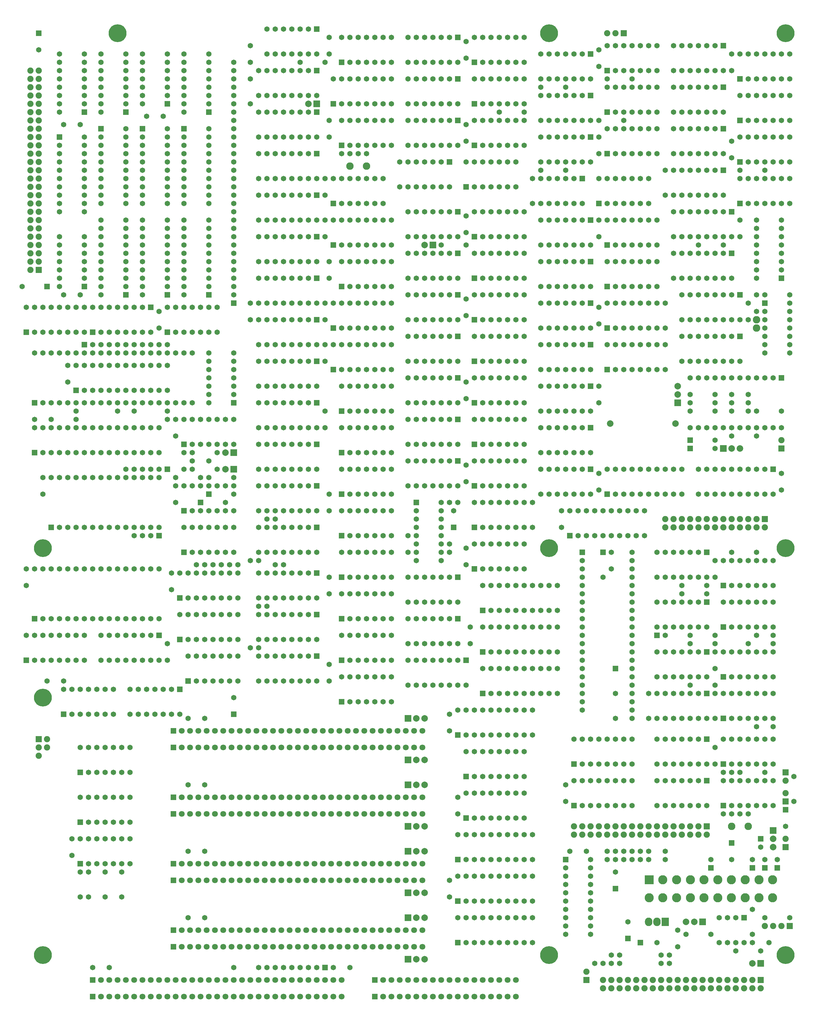
<source format=gts>
G04*
G04  File:            MAINBOARD-V10.5.4.GTS, Thu Sep 11 23:01:10 2025*
G04  Source:          P-CAD 2006 PCB, Version 19.02.958, (D:\PCAD-2006\Projects\Pentagon-4096\Hardware\MainBoard-v10.5.4.PCB)*
G04  Format:          Gerber Format (RS-274-D), ASCII*
G04*
G04  Format Options:  Absolute Positioning*
G04                   Leading-Zero Suppression*
G04                   Scale Factor 1:1*
G04                   NO Circular Interpolation*
G04                   Inch Units*
G04                   Numeric Format: 4.4 (XXXX.XXXX)*
G04                   G54 NOT Used for Aperture Change*
G04                   Apertures Embedded*
G04*
G04  File Options:    Offset = (0.0mil,0.0mil)*
G04                   Drill Symbol Size = 80.0mil*
G04                   No Pad/Via Holes*
G04*
G04  File Contents:   Pads*
G04                   No Vias*
G04                   No Designators*
G04                   No Types*
G04                   No Values*
G04                   No Drill Symbols*
G04                   Top Mask*
G04*
%INMAINBOARD-V10.5.4.GTS*%
%ICAS*%
%MOIN*%
G04*
G04  Aperture MACROs for general use --- invoked via D-code assignment *
G04*
G04  General MACRO for flashed round with rotation and/or offset hole *
%AMROTOFFROUND*
1,1,$1,0.0000,0.0000*
1,0,$2,$3,$4*%
G04*
G04  General MACRO for flashed oval (obround) with rotation and/or offset hole *
%AMROTOFFOVAL*
21,1,$1,$2,0.0000,0.0000,$3*
1,1,$4,$5,$6*
1,1,$4,0-$5,0-$6*
1,0,$7,$8,$9*%
G04*
G04  General MACRO for flashed oval (obround) with rotation and no hole *
%AMROTOVALNOHOLE*
21,1,$1,$2,0.0000,0.0000,$3*
1,1,$4,$5,$6*
1,1,$4,0-$5,0-$6*%
G04*
G04  General MACRO for flashed rectangle with rotation and/or offset hole *
%AMROTOFFRECT*
21,1,$1,$2,0.0000,0.0000,$3*
1,0,$4,$5,$6*%
G04*
G04  General MACRO for flashed rectangle with rotation and no hole *
%AMROTRECTNOHOLE*
21,1,$1,$2,0.0000,0.0000,$3*%
G04*
G04  General MACRO for flashed rounded-rectangle *
%AMROUNDRECT*
21,1,$1,$2-$4,0.0000,0.0000,$3*
21,1,$1-$4,$2,0.0000,0.0000,$3*
1,1,$4,$5,$6*
1,1,$4,$7,$8*
1,1,$4,0-$5,0-$6*
1,1,$4,0-$7,0-$8*
1,0,$9,$10,$11*%
G04*
G04  General MACRO for flashed rounded-rectangle with rotation and no hole *
%AMROUNDRECTNOHOLE*
21,1,$1,$2-$4,0.0000,0.0000,$3*
21,1,$1-$4,$2,0.0000,0.0000,$3*
1,1,$4,$5,$6*
1,1,$4,$7,$8*
1,1,$4,0-$5,0-$6*
1,1,$4,0-$7,0-$8*%
G04*
G04  General MACRO for flashed regular polygon *
%AMREGPOLY*
5,1,$1,0.0000,0.0000,$2,$3+$4*
1,0,$5,$6,$7*%
G04*
G04  General MACRO for flashed regular polygon with no hole *
%AMREGPOLYNOHOLE*
5,1,$1,0.0000,0.0000,$2,$3+$4*%
G04*
G04  General MACRO for target *
%AMTARGET*
6,0,0,$1,$2,$3,4,$4,$5,$6*%
G04*
G04  General MACRO for mounting hole *
%AMMTHOLE*
1,1,$1,0,0*
1,0,$2,0,0*
$1=$1-$2*
$1=$1/2*
21,1,$2+$1,$3,0,0,$4*
21,1,$3,$2+$1,0,0,$4*%
G04*
G04*
G04  D10 : "Ellipse X8.0mil Y8.0mil H0.0mil 0.0deg (0.0mil,0.0mil) Draw"*
G04  Disc: OuterDia=0.0080*
%ADD10C, 0.0080*%
G04  D11 : "Ellipse X10.0mil Y10.0mil H0.0mil 0.0deg (0.0mil,0.0mil) Draw"*
G04  Disc: OuterDia=0.0100*
%ADD11C, 0.0100*%
G04  D12 : "Ellipse X15.0mil Y15.0mil H0.0mil 0.0deg (0.0mil,0.0mil) Draw"*
G04  Disc: OuterDia=0.0150*
%ADD12C, 0.0150*%
G04  D13 : "Ellipse X25.0mil Y25.0mil H0.0mil 0.0deg (0.0mil,0.0mil) Draw"*
G04  Disc: OuterDia=0.0250*
%ADD13C, 0.0250*%
G04  D14 : "Ellipse X30.0mil Y30.0mil H0.0mil 0.0deg (0.0mil,0.0mil) Draw"*
G04  Disc: OuterDia=0.0300*
%ADD14C, 0.0300*%
G04  D15 : "Ellipse X40.0mil Y40.0mil H0.0mil 0.0deg (0.0mil,0.0mil) Draw"*
G04  Disc: OuterDia=0.0400*
%ADD15C, 0.0400*%
G04  D16 : "Ellipse X5.0mil Y5.0mil H0.0mil 0.0deg (0.0mil,0.0mil) Draw"*
G04  Disc: OuterDia=0.0050*
%ADD16C, 0.0050*%
G04  D17 : "Ellipse X6.0mil Y6.0mil H0.0mil 0.0deg (0.0mil,0.0mil) Draw"*
G04  Disc: OuterDia=0.0060*
%ADD17C, 0.0060*%
G04  D18 : "Ellipse X9.8mil Y9.8mil H0.0mil 0.0deg (0.0mil,0.0mil) Draw"*
G04  Disc: OuterDia=0.0098*
%ADD18C, 0.0098*%
G04  D19 : "Ellipse X110.0mil Y110.0mil H0.0mil 0.0deg (0.0mil,0.0mil) Flash"*
G04  Disc: OuterDia=0.1100*
%ADD19C, 0.1100*%
G04  D20 : "Ellipse X200.0mil Y200.0mil H0.0mil 0.0deg (0.0mil,0.0mil) Flash"*
G04  Disc: OuterDia=0.2000*
%ADD20C, 0.2000*%
G04  D21 : "Ellipse X215.0mil Y215.0mil H0.0mil 0.0deg (0.0mil,0.0mil) Flash"*
G04  Disc: OuterDia=0.2150*
%ADD21C, 0.2150*%
G04  D22 : "Ellipse X50.0mil Y50.0mil H0.0mil 0.0deg (0.0mil,0.0mil) Flash"*
G04  Disc: OuterDia=0.0500*
%ADD22C, 0.0500*%
G04  D23 : "Ellipse X56.0mil Y56.0mil H0.0mil 0.0deg (0.0mil,0.0mil) Flash"*
G04  Disc: OuterDia=0.0560*
%ADD23C, 0.0560*%
G04  D24 : "Ellipse X60.0mil Y60.0mil H0.0mil 0.0deg (0.0mil,0.0mil) Flash"*
G04  Disc: OuterDia=0.0600*
%ADD24C, 0.0600*%
G04  D25 : "Ellipse X64.0mil Y64.0mil H0.0mil 0.0deg (0.0mil,0.0mil) Flash"*
G04  Disc: OuterDia=0.0640*
%ADD25C, 0.0640*%
G04  D26 : "Ellipse X65.0mil Y65.0mil H0.0mil 0.0deg (0.0mil,0.0mil) Flash"*
G04  Disc: OuterDia=0.0650*
%ADD26C, 0.0650*%
G04  D27 : "Ellipse X71.0mil Y71.0mil H0.0mil 0.0deg (0.0mil,0.0mil) Flash"*
G04  Disc: OuterDia=0.0710*
%ADD27C, 0.0710*%
G04  D28 : "Ellipse X75.0mil Y75.0mil H0.0mil 0.0deg (0.0mil,0.0mil) Flash"*
G04  Disc: OuterDia=0.0750*
%ADD28C, 0.0750*%
G04  D29 : "Ellipse X79.0mil Y79.0mil H0.0mil 0.0deg (0.0mil,0.0mil) Flash"*
G04  Disc: OuterDia=0.0790*
%ADD29C, 0.0790*%
G04  D30 : "Ellipse X90.0mil Y90.0mil H0.0mil 0.0deg (0.0mil,0.0mil) Flash"*
G04  Disc: OuterDia=0.0900*
%ADD30C, 0.0900*%
G04  D31 : "Ellipse X95.0mil Y95.0mil H0.0mil 0.0deg (0.0mil,0.0mil) Flash"*
G04  Disc: OuterDia=0.0950*
%ADD31C, 0.0950*%
G04  D32 : "Oval X75.0mil Y87.0mil H0.0mil 0.0deg (0.0mil,0.0mil) Flash"*
G04  Obround: DimX=0.0750, DimY=0.0870, Rotation=0.0, OffsetX=0.0000, OffsetY=0.0000, HoleDia=0.0000 *
%ADD32O, 0.0750 X0.0870*%
G04  D33 : "Oval X90.0mil Y102.0mil H0.0mil 0.0deg (0.0mil,0.0mil) Flash"*
G04  Obround: DimX=0.0900, DimY=0.1020, Rotation=0.0, OffsetX=0.0000, OffsetY=0.0000, HoleDia=0.0000 *
%ADD33O, 0.0900 X0.1020*%
G04  D34 : "Rectangle X110.0mil Y110.0mil H0.0mil 0.0deg (0.0mil,0.0mil) Flash"*
G04  Square: Side=0.1100, Rotation=0.0, OffsetX=0.0000, OffsetY=0.0000, HoleDia=0.0000*
%ADD34R, 0.1100 X0.1100*%
G04  D35 : "Rectangle X50.0mil Y50.0mil H0.0mil 0.0deg (0.0mil,0.0mil) Flash"*
G04  Square: Side=0.0500, Rotation=0.0, OffsetX=0.0000, OffsetY=0.0000, HoleDia=0.0000*
%ADD35R, 0.0500 X0.0500*%
G04  D36 : "Rectangle X56.0mil Y56.0mil H0.0mil 0.0deg (0.0mil,0.0mil) Flash"*
G04  Square: Side=0.0560, Rotation=0.0, OffsetX=0.0000, OffsetY=0.0000, HoleDia=0.0000*
%ADD36R, 0.0560 X0.0560*%
G04  D37 : "Rectangle X60.0mil Y60.0mil H0.0mil 0.0deg (0.0mil,0.0mil) Flash"*
G04  Square: Side=0.0600, Rotation=0.0, OffsetX=0.0000, OffsetY=0.0000, HoleDia=0.0000*
%ADD37R, 0.0600 X0.0600*%
G04  D38 : "Rectangle X64.0mil Y64.0mil H0.0mil 0.0deg (0.0mil,0.0mil) Flash"*
G04  Square: Side=0.0640, Rotation=0.0, OffsetX=0.0000, OffsetY=0.0000, HoleDia=0.0000*
%ADD38R, 0.0640 X0.0640*%
G04  D39 : "Rectangle X65.0mil Y65.0mil H0.0mil 0.0deg (0.0mil,0.0mil) Flash"*
G04  Square: Side=0.0650, Rotation=0.0, OffsetX=0.0000, OffsetY=0.0000, HoleDia=0.0000*
%ADD39R, 0.0650 X0.0650*%
G04  D40 : "Rectangle X71.0mil Y71.0mil H0.0mil 0.0deg (0.0mil,0.0mil) Flash"*
G04  Square: Side=0.0710, Rotation=0.0, OffsetX=0.0000, OffsetY=0.0000, HoleDia=0.0000*
%ADD40R, 0.0710 X0.0710*%
G04  D41 : "Rectangle X75.0mil Y75.0mil H0.0mil 0.0deg (0.0mil,0.0mil) Flash"*
G04  Square: Side=0.0750, Rotation=0.0, OffsetX=0.0000, OffsetY=0.0000, HoleDia=0.0000*
%ADD41R, 0.0750 X0.0750*%
G04  D42 : "Rectangle X75.0mil Y87.0mil H0.0mil 0.0deg (0.0mil,0.0mil) Flash"*
G04  Rectangular: DimX=0.0750, DimY=0.0870, Rotation=0.0, OffsetX=0.0000, OffsetY=0.0000, HoleDia=0.0000 *
%ADD42R, 0.0750 X0.0870*%
G04  D43 : "Rectangle X79.0mil Y79.0mil H0.0mil 0.0deg (0.0mil,0.0mil) Flash"*
G04  Square: Side=0.0790, Rotation=0.0, OffsetX=0.0000, OffsetY=0.0000, HoleDia=0.0000*
%ADD43R, 0.0790 X0.0790*%
G04  D44 : "Rectangle X90.0mil Y102.0mil H0.0mil 0.0deg (0.0mil,0.0mil) Flash"*
G04  Rectangular: DimX=0.0900, DimY=0.1020, Rotation=0.0, OffsetX=0.0000, OffsetY=0.0000, HoleDia=0.0000 *
%ADD44R, 0.0900 X0.1020*%
G04  D45 : "Rectangle X95.0mil Y95.0mil H0.0mil 0.0deg (0.0mil,0.0mil) Flash"*
G04  Square: Side=0.0950, Rotation=0.0, OffsetX=0.0000, OffsetY=0.0000, HoleDia=0.0000*
%ADD45R, 0.0950 X0.0950*%
G04  D46 : "Ellipse X102.0mil Y102.0mil H0.0mil 0.0deg (0.0mil,0.0mil) Flash"*
G04  Disc: OuterDia=0.1020*
%ADD46C, 0.1020*%
G04  D47 : "Ellipse X118.0mil Y118.0mil H0.0mil 0.0deg (0.0mil,0.0mil) Flash"*
G04  Disc: OuterDia=0.1180*
%ADD47C, 0.1180*%
G04  D48 : "Ellipse X133.0mil Y133.0mil H0.0mil 0.0deg (0.0mil,0.0mil) Flash"*
G04  Disc: OuterDia=0.1330*
%ADD48C, 0.1330*%
G04  D49 : "Ellipse X20.0mil Y20.0mil H0.0mil 0.0deg (0.0mil,0.0mil) Flash"*
G04  Disc: OuterDia=0.0200*
%ADD49C, 0.0200*%
G04  D50 : "Ellipse X35.0mil Y35.0mil H0.0mil 0.0deg (0.0mil,0.0mil) Flash"*
G04  Disc: OuterDia=0.0350*
%ADD50C, 0.0350*%
G04  D51 : "Ellipse X55.0mil Y55.0mil H0.0mil 0.0deg (0.0mil,0.0mil) Flash"*
G04  Disc: OuterDia=0.0550*
%ADD51C, 0.0550*%
G04  D52 : "Ellipse X70.0mil Y70.0mil H0.0mil 0.0deg (0.0mil,0.0mil) Flash"*
G04  Disc: OuterDia=0.0700*
%ADD52C, 0.0700*%
G04  D53 : "Ellipse X87.0mil Y87.0mil H0.0mil 0.0deg (0.0mil,0.0mil) Flash"*
G04  Disc: OuterDia=0.0870*
%ADD53C, 0.0870*%
G04*
%FSLAX44Y44*%
%SFA1B1*%
%OFA0.0000B0.0000*%
G04*
G70*
G90*
G01*
D2*
%LNTop Mask*%
D26*
X154000Y123500D3*
Y125500D3*
X155000Y153500D3*
Y155500D3*
Y183500D3*
Y185500D3*
Y204500D3*
Y206500D3*
D21*
X193500Y106500D3*
Y217500D3*
D26*
X104000Y162000D3*
Y164000D3*
X107000Y175500D3*
Y177500D3*
X109500Y116500D3*
Y113500D3*
X108500Y116500D3*
Y113500D3*
X111500Y116500D3*
Y113500D3*
X119000Y144000D3*
Y142000D3*
X118000Y177500D3*
Y174500D3*
X119000Y172000D3*
Y171000D3*
Y177500D3*
Y174500D3*
X118000Y184000D3*
Y182000D3*
X121000Y167000D3*
Y165000D3*
X127500Y153500D3*
X126500D3*
X138500Y141500D3*
Y139500D3*
Y152000D3*
Y150000D3*
Y162000D3*
Y160000D3*
Y188000D3*
Y190000D3*
Y215000D3*
Y217000D3*
X148000Y155000D3*
Y157000D3*
X155000Y163500D3*
Y165500D3*
Y173500D3*
Y175500D3*
Y214500D3*
Y216500D3*
X167000Y125000D3*
Y127000D3*
X166500Y158000D3*
Y160000D3*
X172500Y105500D3*
Y106500D3*
X173000Y118000D3*
Y119000D3*
X172000D3*
Y118000D3*
D39*
X173000Y141000D3*
D26*
Y138000D3*
X172500Y155000D3*
Y153000D3*
X175000Y118000D3*
Y119000D3*
X176000Y118000D3*
Y119000D3*
X178500Y105500D3*
Y106500D3*
D39*
X184500Y117000D3*
D26*
Y118000D3*
X185000Y131500D3*
Y129500D3*
Y141000D3*
Y143000D3*
Y135000D3*
Y138000D3*
Y152000D3*
Y154000D3*
X187000Y202500D3*
Y204500D3*
Y213000D3*
Y215000D3*
D39*
X190500Y120500D3*
D26*
Y119500D3*
X190000Y186000D3*
Y184000D3*
D39*
X193500Y124000D3*
D26*
Y122000D3*
D41*
Y128500D3*
D28*
Y127500D3*
D21*
Y155500D3*
D26*
X193000Y164500D3*
Y162500D3*
D39*
X110000Y181500D3*
D26*
Y184500D3*
X138500Y205000D3*
Y207000D3*
X155000Y193500D3*
Y195500D3*
X180500Y109500D3*
Y107500D3*
X188000Y195000D3*
Y193000D3*
X189500Y109000D3*
Y112000D3*
D41*
X193500Y119500D3*
D28*
Y120500D3*
D21*
X104000Y106500D3*
D26*
X104500Y139500D3*
X106500D3*
X119500Y150500D3*
Y152500D3*
X117000Y157000D3*
X116000D3*
D39*
X118000D3*
D26*
X115000D3*
Y172000D3*
X113000D3*
X118500Y207500D3*
X116500D3*
D21*
X113000Y217500D3*
D26*
X131000Y148500D3*
X130000D3*
X124000Y164000D3*
X127000D3*
X122000Y166000D3*
X124000D3*
X122000Y167000D3*
X125000D3*
X142000Y203000D3*
X143000D3*
X140000D3*
X141000D3*
X135000Y214000D3*
X138000D3*
D29*
X150000Y119000D3*
D43*
X148000D3*
D29*
X149000D3*
X150000Y122000D3*
D43*
X148000D3*
D29*
X149000D3*
X150000Y127000D3*
D43*
X148000D3*
D29*
X149000D3*
X150000Y130000D3*
D43*
X148000D3*
D29*
X149000D3*
D21*
X165000Y106500D3*
D26*
X162000Y208000D3*
X159000D3*
X167000Y211000D3*
X164000D3*
D21*
X165000Y217500D3*
D39*
X174500Y108500D3*
D26*
Y110500D3*
D39*
X173000Y114500D3*
D26*
Y116500D3*
X179000Y119000D3*
Y118000D3*
D39*
X178000Y145000D3*
D26*
X179000D3*
X171000Y162500D3*
Y164500D3*
X172000Y212000D3*
X175000D3*
X171000Y213500D3*
Y215500D3*
X187500Y107000D3*
X190500D3*
D30*
X187000Y122000D3*
X189000D3*
D26*
X190000Y134000D3*
X192000D3*
X185000Y139000D3*
X182000D3*
X192000Y145000D3*
X190000D3*
X185000D3*
X182000D3*
X190000Y155000D3*
X187000D3*
Y169000D3*
X190000D3*
X187000Y172000D3*
X189000D3*
Y173000D3*
X187000D3*
X182000D3*
X185000D3*
Y172000D3*
X182000D3*
X107500Y118500D3*
Y120500D3*
D21*
X104000Y137500D3*
D26*
X102000Y151000D3*
Y153000D3*
D21*
X104000Y155500D3*
D26*
X105000Y171000D3*
X103000D3*
X108000Y172000D3*
Y171000D3*
D39*
X104500Y187000D3*
D26*
X101500D3*
X108500Y186000D3*
X106500D3*
X108500Y206500D3*
X106500D3*
X110000Y105000D3*
X112000D3*
X113500Y116500D3*
Y113500D3*
X116500Y138500D3*
X115500D3*
X118500D3*
X119500D3*
X115500Y135500D3*
X116500D3*
X119500D3*
X118500D3*
X117500Y138500D3*
X114500D3*
D39*
X120500D3*
D26*
X114500Y135500D3*
X117500D3*
X120500D3*
X115000Y165000D3*
X114000D3*
X117000D3*
X118000D3*
X116000D3*
D39*
X119000D3*
D26*
X120000Y161000D3*
Y163000D3*
X119000Y180000D3*
X118000D3*
X114000Y215000D3*
Y212000D3*
Y213000D3*
Y210000D3*
Y209000D3*
X111000Y215000D3*
Y213000D3*
Y212000D3*
Y209000D3*
Y210000D3*
X114000Y211000D3*
Y214000D3*
D39*
Y208000D3*
D26*
X111000Y214000D3*
Y211000D3*
Y208000D3*
X119000Y213000D3*
Y214000D3*
Y211000D3*
Y210000D3*
X116000Y214000D3*
Y213000D3*
Y210000D3*
Y211000D3*
X119000Y212000D3*
Y215000D3*
D39*
Y209000D3*
D26*
X116000Y215000D3*
Y212000D3*
Y209000D3*
X130000Y105000D3*
X127000D3*
D39*
Y135500D3*
D26*
Y137500D3*
X130000Y143500D3*
X129000D3*
X123500Y153500D3*
X122500D3*
X125500D3*
X124500D3*
X130000Y154000D3*
X129000D3*
D39*
X124000Y162000D3*
D26*
X127000D3*
X122000Y165000D3*
X125000D3*
D29*
X126000Y167000D3*
D43*
X127000D3*
D29*
X126000Y165000D3*
D43*
X127000D3*
D26*
Y177000D3*
Y178000D3*
Y175000D3*
Y174000D3*
X124000Y178000D3*
Y177000D3*
Y174000D3*
Y175000D3*
X127000Y176000D3*
Y179000D3*
D39*
Y173000D3*
D26*
X124000Y179000D3*
Y176000D3*
Y173000D3*
X129000Y183000D3*
Y185000D3*
Y209000D3*
Y212000D3*
Y216000D3*
Y214000D3*
X141000Y105000D3*
X139000D3*
X138000Y178000D3*
Y180000D3*
Y172000D3*
Y170000D3*
Y183000D3*
Y185000D3*
D30*
X141000Y201500D3*
X143000D3*
D26*
X138000Y198000D3*
Y200000D3*
X153000Y113500D3*
Y115500D3*
X148000Y142000D3*
X151000D3*
X150000D3*
X153000D3*
X154000D3*
X148000Y139000D3*
X150000D3*
X151000D3*
X153000D3*
X154000D3*
X152000Y142000D3*
X149000D3*
D39*
X155000D3*
D26*
X149000Y139000D3*
X152000D3*
X155000D3*
D29*
X150000Y135000D3*
D43*
X148000D3*
D29*
X149000D3*
D26*
X150000Y152000D3*
X149000D3*
X152000D3*
X153000D3*
X149000Y149000D3*
X150000D3*
X153000D3*
X152000D3*
X151000Y152000D3*
X148000D3*
D39*
X154000D3*
D26*
X148000Y149000D3*
X151000D3*
X154000D3*
X153000Y155000D3*
Y156000D3*
D39*
X153500Y158000D3*
D26*
Y160000D3*
X150000Y166000D3*
X149000D3*
X152000D3*
X153000D3*
X149000Y163000D3*
X150000D3*
X153000D3*
X152000D3*
X151000Y166000D3*
X148000D3*
D39*
X154000D3*
D26*
X148000Y163000D3*
X151000D3*
X154000D3*
Y161000D3*
X153000D3*
X150000Y176000D3*
X149000D3*
X152000D3*
X153000D3*
X149000Y173000D3*
X150000D3*
X153000D3*
X152000D3*
X151000Y176000D3*
X148000D3*
D39*
X154000D3*
D26*
X148000Y173000D3*
X151000D3*
X154000D3*
X152000Y192000D3*
X155000D3*
X150000Y186000D3*
X149000D3*
X152000D3*
X153000D3*
X149000Y183000D3*
X150000D3*
X153000D3*
X152000D3*
X151000Y186000D3*
X148000D3*
D39*
X154000D3*
D26*
X148000Y183000D3*
X151000D3*
X154000D3*
X150000Y191000D3*
X149000D3*
X152000D3*
X153000D3*
X149000Y188000D3*
X150000D3*
X153000D3*
X152000D3*
X151000Y191000D3*
X148000D3*
D39*
X154000D3*
D26*
X148000Y188000D3*
X151000D3*
X154000D3*
X149000Y202000D3*
X148000D3*
X151000D3*
X152000D3*
X148000Y199000D3*
X149000D3*
X152000D3*
X151000D3*
X150000Y202000D3*
X147000D3*
D39*
X153000D3*
D26*
X147000Y199000D3*
X150000D3*
X153000D3*
X150000Y212000D3*
X149000D3*
X152000D3*
X153000D3*
X149000Y209000D3*
X150000D3*
X153000D3*
X152000D3*
X151000Y212000D3*
X148000D3*
D39*
X154000D3*
D26*
X148000Y209000D3*
X151000D3*
X154000D3*
D21*
X165000Y155500D3*
D26*
X164000Y201000D3*
X167000D3*
D39*
X176000Y108000D3*
D26*
X178000D3*
X170500Y105500D3*
X171500D3*
X173500D3*
Y106500D3*
X179500Y105500D3*
Y106500D3*
X177000Y118000D3*
Y119000D3*
X174000D3*
Y118000D3*
X173000Y135000D3*
X175000D3*
D39*
X171500Y155000D3*
D26*
Y152000D3*
X171000Y173000D3*
Y175000D3*
X179000Y177000D3*
X176000D3*
X177000D3*
X174000D3*
X173000D3*
X179000Y180000D3*
X177000D3*
X176000D3*
X173000D3*
X174000D3*
X175000Y177000D3*
X178000D3*
D39*
X172000D3*
D26*
X178000Y180000D3*
X175000D3*
X172000D3*
D29*
X180500Y174000D3*
Y175000D3*
D43*
Y173000D3*
D26*
X179000Y182000D3*
X176000D3*
X177000D3*
X174000D3*
X173000D3*
X179000Y185000D3*
X177000D3*
X176000D3*
X173000D3*
X174000D3*
X175000Y182000D3*
X178000D3*
D39*
X172000D3*
D26*
X178000Y185000D3*
X175000D3*
X172000D3*
X176000Y187000D3*
X177000D3*
X174000D3*
X173000D3*
X177000Y190000D3*
X176000D3*
X173000D3*
X174000D3*
X175000Y187000D3*
X178000D3*
D39*
X172000D3*
D26*
X178000Y190000D3*
X175000D3*
X172000D3*
X171000Y182500D3*
Y184500D3*
Y203000D3*
Y205000D3*
X175000Y197000D3*
X176000D3*
X173000D3*
X172000D3*
X176000Y200000D3*
X175000D3*
X172000D3*
X173000D3*
X174000Y197000D3*
X177000D3*
D39*
X171000D3*
D26*
X177000Y200000D3*
X174000D3*
X171000D3*
X176000Y208000D3*
X177000D3*
X174000D3*
X173000D3*
X177000Y211000D3*
X176000D3*
X173000D3*
X174000D3*
X175000Y208000D3*
X178000D3*
D39*
X172000D3*
D26*
X178000Y211000D3*
X175000D3*
X172000D3*
X176000Y213000D3*
X177000D3*
X174000D3*
X173000D3*
X177000Y216000D3*
X176000D3*
X173000D3*
X174000D3*
X175000Y213000D3*
X178000D3*
D39*
X172000D3*
D26*
X178000Y216000D3*
X175000D3*
X172000D3*
X171000Y207000D3*
X174000D3*
X191500Y108000D3*
X189500D3*
D29*
Y105500D3*
D43*
X190500D3*
D39*
X187000Y120000D3*
D26*
Y118000D3*
D39*
X189500Y117000D3*
D26*
Y118000D3*
D39*
X191000Y117000D3*
D26*
Y118000D3*
X190000Y129500D3*
X191000D3*
X188000D3*
X187000D3*
X191000Y132500D3*
X190000D3*
X187000D3*
X188000D3*
X189000Y129500D3*
X192000D3*
D39*
X186000D3*
D26*
X192000Y132500D3*
X189000D3*
X186000D3*
X190000Y124500D3*
X191000D3*
X188000D3*
X187000D3*
X191000Y127500D3*
X190000D3*
X187000D3*
X188000D3*
X189000Y124500D3*
X192000D3*
D39*
X186000D3*
D26*
X192000Y127500D3*
X189000D3*
X186000D3*
Y123500D3*
X187000D3*
X188000D3*
X189000D3*
X191000Y128500D3*
X188000D3*
X187000D3*
X186000D3*
X190000Y140000D3*
X191000D3*
X188000D3*
X187000D3*
X191000Y143000D3*
X190000D3*
X187000D3*
X188000D3*
X189000Y140000D3*
X192000D3*
D39*
X186000D3*
D26*
X192000Y143000D3*
X189000D3*
X186000D3*
X190000Y135000D3*
X191000D3*
X188000D3*
X187000D3*
X191000Y138000D3*
X190000D3*
X187000D3*
X188000D3*
X189000Y135000D3*
X192000D3*
D39*
X186000D3*
D26*
X192000Y138000D3*
X189000D3*
X186000D3*
X192000Y144000D3*
X189000D3*
X185000D3*
X182000D3*
X190000Y151000D3*
X191000D3*
X188000D3*
X187000D3*
X191000Y154000D3*
X190000D3*
X187000D3*
X188000D3*
X189000Y151000D3*
X192000D3*
D39*
X186000D3*
D26*
X192000Y154000D3*
X189000D3*
X186000D3*
X190000Y146000D3*
X191000D3*
X188000D3*
X187000D3*
X191000Y149000D3*
X190000D3*
X187000D3*
X188000D3*
X189000Y146000D3*
X192000D3*
D39*
X186000D3*
D26*
X192000Y149000D3*
X189000D3*
X186000D3*
X184000Y165000D3*
X183000D3*
X187000D3*
X186000D3*
X190000D3*
X189000D3*
D39*
X192000D3*
D26*
X184000Y162000D3*
X183000D3*
X187000D3*
X186000D3*
X190000D3*
X189000D3*
X192000D3*
X185000Y165000D3*
X188000D3*
X191000D3*
X185000Y162000D3*
X188000D3*
X191000D3*
D39*
X182000Y167500D3*
D26*
X185000D3*
D29*
X188000D3*
D43*
X186000D3*
D29*
X187000D3*
D26*
X189000Y174000D3*
X187000D3*
X185000D3*
X182000D3*
X183000Y192000D3*
X186000D3*
X189000Y185000D3*
Y183000D3*
X188000Y201000D3*
X191000D3*
X194500Y125000D3*
Y128000D3*
D28*
X104500Y132500D3*
Y131500D3*
X103500Y130500D3*
D41*
Y132500D3*
D28*
Y131500D3*
D39*
Y217500D3*
D26*
Y215500D3*
X111000Y145000D3*
X114000D3*
X113000D3*
X116000D3*
X117000D3*
X111000Y142000D3*
X113000D3*
X114000D3*
X116000D3*
X117000D3*
X115000Y145000D3*
X112000D3*
D39*
X118000D3*
D26*
X112000Y142000D3*
X115000D3*
X118000D3*
X114000Y194000D3*
Y195000D3*
Y191000D3*
Y192000D3*
Y188000D3*
Y189000D3*
D39*
Y186000D3*
D26*
X111000Y194000D3*
Y195000D3*
Y191000D3*
Y192000D3*
Y188000D3*
Y189000D3*
Y186000D3*
X114000Y193000D3*
Y190000D3*
Y187000D3*
X111000Y193000D3*
Y190000D3*
Y187000D3*
X119000Y194000D3*
Y195000D3*
Y191000D3*
Y192000D3*
Y188000D3*
Y189000D3*
D39*
Y186000D3*
D26*
X116000Y194000D3*
Y195000D3*
Y191000D3*
Y192000D3*
Y188000D3*
Y189000D3*
Y186000D3*
X119000Y193000D3*
Y190000D3*
Y187000D3*
X116000Y193000D3*
Y190000D3*
Y187000D3*
X120000Y169000D3*
Y171000D3*
X113000Y184500D3*
X112000D3*
X115000D3*
X116000D3*
X112000Y181500D3*
X113000D3*
X116000D3*
X115000D3*
X114000Y184500D3*
X111000D3*
D39*
X117000D3*
D26*
X111000Y181500D3*
X114000D3*
X117000D3*
X138000Y193000D3*
Y195000D3*
X153000Y133500D3*
Y135500D3*
X150000Y147000D3*
X149000D3*
X152000D3*
X153000D3*
X149000Y144000D3*
X150000D3*
X153000D3*
X152000D3*
X151000Y147000D3*
X148000D3*
D39*
X154000D3*
D26*
X148000Y144000D3*
X151000D3*
X154000D3*
X155500Y146000D3*
Y144000D3*
X149000Y154000D3*
Y157000D3*
Y156000D3*
Y159000D3*
Y160000D3*
X152000Y154000D3*
Y156000D3*
Y157000D3*
Y160000D3*
Y159000D3*
X149000Y158000D3*
Y155000D3*
D39*
Y161000D3*
D26*
X152000Y155000D3*
Y158000D3*
Y161000D3*
X150000Y196000D3*
X149000D3*
X152000D3*
X153000D3*
X149000Y193000D3*
X150000D3*
X153000D3*
X152000D3*
X151000Y196000D3*
X148000D3*
D39*
X154000D3*
D26*
X148000Y193000D3*
X151000D3*
X154000D3*
X150000Y171000D3*
X149000D3*
X152000D3*
X153000D3*
X149000Y168000D3*
X150000D3*
X153000D3*
X152000D3*
X151000Y171000D3*
X148000D3*
D39*
X154000D3*
D26*
X148000Y168000D3*
X151000D3*
X154000D3*
X150000Y181000D3*
X149000D3*
X152000D3*
X153000D3*
X149000Y178000D3*
X150000D3*
X153000D3*
X152000D3*
X151000Y181000D3*
X148000D3*
D39*
X154000D3*
D26*
X148000Y178000D3*
X151000D3*
X154000D3*
D29*
X150000Y192000D3*
D43*
X151000D3*
D26*
X150000Y217000D3*
X149000D3*
X152000D3*
X153000D3*
X149000Y214000D3*
X150000D3*
X153000D3*
X152000D3*
X151000Y217000D3*
X148000D3*
D39*
X154000D3*
D26*
X148000Y214000D3*
X151000D3*
X154000D3*
X150000Y207000D3*
X149000D3*
X152000D3*
X153000D3*
X149000Y204000D3*
X150000D3*
X153000D3*
X152000D3*
X151000Y207000D3*
X148000D3*
D39*
X154000D3*
D26*
X148000Y204000D3*
X151000D3*
X154000D3*
D44*
X179000Y110500D3*
D33*
X177000D3*
X178000D3*
D26*
X171000Y193000D3*
Y195000D3*
X176000Y192000D3*
X177000D3*
X174000D3*
X173000D3*
X177000Y195000D3*
X176000D3*
X173000D3*
X174000D3*
X175000Y192000D3*
X178000D3*
D39*
X172000D3*
D26*
X178000Y195000D3*
X175000D3*
X172000D3*
D29*
X180250Y170500D3*
X172375D3*
D26*
X176000Y203000D3*
X177000D3*
X174000D3*
X173000D3*
X177000Y206000D3*
X176000D3*
X173000D3*
X174000D3*
X175000Y203000D3*
X178000D3*
D39*
X172000D3*
D26*
X178000Y206000D3*
X175000D3*
X172000D3*
X186500Y111000D3*
X185500D3*
D39*
X188500D3*
D26*
X186500Y108000D3*
X185500D3*
X188500D3*
X187500Y111000D3*
Y108000D3*
D29*
X192000Y119500D3*
D43*
Y121500D3*
D29*
Y120500D3*
D39*
X182000Y168500D3*
D26*
X185000D3*
D30*
X190000Y183000D3*
Y182000D3*
D26*
X106000Y197000D3*
Y196000D3*
Y200000D3*
Y199000D3*
Y203000D3*
Y202000D3*
D39*
Y205000D3*
D26*
X109000Y197000D3*
Y196000D3*
Y200000D3*
Y199000D3*
Y203000D3*
Y202000D3*
Y205000D3*
X106000Y198000D3*
Y201000D3*
Y204000D3*
X109000Y198000D3*
Y201000D3*
Y204000D3*
D28*
X102500Y212000D3*
Y213000D3*
Y209000D3*
Y210000D3*
Y206000D3*
Y207000D3*
Y203000D3*
Y204000D3*
Y200000D3*
Y201000D3*
Y197000D3*
Y198000D3*
Y194000D3*
Y195000D3*
Y191000D3*
Y192000D3*
Y189000D3*
Y211000D3*
Y208000D3*
Y205000D3*
Y202000D3*
Y199000D3*
Y196000D3*
Y193000D3*
Y190000D3*
X103500Y212000D3*
Y213000D3*
Y209000D3*
Y210000D3*
Y206000D3*
Y207000D3*
Y203000D3*
Y204000D3*
Y200000D3*
Y201000D3*
Y197000D3*
Y198000D3*
Y194000D3*
Y195000D3*
Y191000D3*
Y192000D3*
D41*
Y189000D3*
D28*
Y211000D3*
Y208000D3*
Y205000D3*
Y202000D3*
Y199000D3*
Y196000D3*
Y193000D3*
Y190000D3*
D26*
X111000Y198000D3*
Y197000D3*
Y201000D3*
Y200000D3*
Y204000D3*
Y203000D3*
D39*
Y206000D3*
D26*
X114000Y198000D3*
Y197000D3*
Y201000D3*
Y200000D3*
Y204000D3*
Y203000D3*
Y206000D3*
X111000Y199000D3*
Y202000D3*
Y205000D3*
X114000Y199000D3*
Y202000D3*
Y205000D3*
X116000Y198000D3*
Y197000D3*
Y201000D3*
Y200000D3*
Y204000D3*
Y203000D3*
D39*
Y206000D3*
D26*
X119000Y198000D3*
Y197000D3*
Y201000D3*
Y200000D3*
Y204000D3*
Y203000D3*
Y206000D3*
X116000Y199000D3*
Y202000D3*
Y205000D3*
X119000Y199000D3*
Y202000D3*
Y205000D3*
X127000Y214000D3*
Y213000D3*
Y211000D3*
Y210000D3*
Y208000D3*
Y207000D3*
Y205000D3*
Y204000D3*
Y202000D3*
Y201000D3*
Y199000D3*
Y198000D3*
Y196000D3*
Y195000D3*
Y193000D3*
Y192000D3*
Y190000D3*
Y189000D3*
Y187000D3*
Y186000D3*
Y212000D3*
Y209000D3*
Y206000D3*
Y203000D3*
Y200000D3*
Y197000D3*
Y194000D3*
Y191000D3*
Y188000D3*
D39*
Y185000D3*
D29*
X150000Y106000D3*
D43*
X148000D3*
D29*
X149000D3*
D26*
X123500Y119000D3*
X121500D3*
X123500Y127000D3*
X121500D3*
D39*
X123000Y161000D3*
D26*
X126000D3*
X123000Y164000D3*
X120000D3*
D29*
X136000Y209000D3*
D43*
X137000D3*
D41*
X194000Y110000D3*
D28*
X193000D3*
X191000D3*
X192000D3*
D26*
X181500Y109000D3*
X184500D3*
X167500Y119000D3*
X169500D3*
X184000Y151000D3*
X181000D3*
X193000Y172000D3*
X190000D3*
D41*
X174000Y217500D3*
D28*
X172000D3*
X173000D3*
D26*
X131000Y105000D3*
X133000D3*
X134000D3*
X136000D3*
X137000D3*
X132000D3*
X135000D3*
D39*
X138000D3*
D26*
X112500Y117500D3*
X113500D3*
X110500D3*
X109500D3*
X113500Y120500D3*
X112500D3*
X109500D3*
X110500D3*
X111500Y117500D3*
X114500D3*
D39*
X108500D3*
D26*
X114500Y120500D3*
X111500D3*
X108500D3*
X123500Y111000D3*
X121500D3*
D29*
X150000Y114000D3*
D43*
X148000D3*
D29*
X149000D3*
X150000Y111000D3*
D43*
X148000D3*
D29*
X149000D3*
D26*
X112500Y122500D3*
X113500D3*
X110500D3*
X109500D3*
X113500Y125500D3*
X112500D3*
X109500D3*
X110500D3*
X111500Y122500D3*
X114500D3*
D39*
X108500D3*
D26*
X114500Y125500D3*
X111500D3*
X108500D3*
X112500Y128500D3*
X113500D3*
X110500D3*
X109500D3*
X113500Y131500D3*
X112500D3*
X109500D3*
X110500D3*
X111500Y128500D3*
X114500D3*
D39*
X108500D3*
D26*
X114500Y131500D3*
X111500D3*
X108500D3*
X130000Y142500D3*
X133000D3*
X132000D3*
X135000D3*
X136000D3*
X130000Y139500D3*
X132000D3*
X133000D3*
X136000D3*
X135000D3*
X134000Y142500D3*
X131000D3*
D39*
X137000D3*
D26*
X131000Y139500D3*
X134000D3*
X137000D3*
X144000Y142000D3*
X145000D3*
X142000D3*
X141000D3*
X145000Y145000D3*
X144000D3*
X141000D3*
X142000D3*
X143000Y142000D3*
X146000D3*
D39*
X140000D3*
D26*
X146000Y145000D3*
X143000D3*
X140000D3*
X144000Y137000D3*
X145000D3*
X142000D3*
X141000D3*
X145000Y140000D3*
X144000D3*
X141000D3*
X142000D3*
X143000Y137000D3*
X146000D3*
D39*
X140000D3*
D26*
X146000Y140000D3*
X143000D3*
X140000D3*
X125500Y139500D3*
X126500D3*
X123500D3*
X122500D3*
X126500Y142500D3*
X125500D3*
X122500D3*
X123500D3*
X124500Y139500D3*
X127500D3*
D39*
X121500D3*
D26*
X127500Y142500D3*
X124500D3*
X121500D3*
X110500Y135500D3*
X111500D3*
X108500D3*
X107500D3*
X111500Y138500D3*
X110500D3*
X107500D3*
X108500D3*
X109500Y135500D3*
X112500D3*
D39*
X106500D3*
D26*
X112500Y138500D3*
X109500D3*
X106500D3*
X123500Y135000D3*
X121500D3*
X130000Y152500D3*
X133000D3*
X132000D3*
X135000D3*
X136000D3*
X130000Y149500D3*
X132000D3*
X133000D3*
X135000D3*
X136000D3*
X134000Y152500D3*
X131000D3*
D39*
X137000D3*
D26*
X131000Y149500D3*
X134000D3*
X137000D3*
X144000Y147000D3*
X145000D3*
X142000D3*
X141000D3*
X145000Y150000D3*
X144000D3*
X141000D3*
X142000D3*
X143000Y147000D3*
X146000D3*
D39*
X140000D3*
D26*
X146000Y150000D3*
X143000D3*
X140000D3*
X144000Y152000D3*
X145000D3*
X142000D3*
X141000D3*
X145000Y155000D3*
X144000D3*
X141000D3*
X142000D3*
X143000Y152000D3*
X146000D3*
D39*
X140000D3*
D26*
X146000Y155000D3*
X143000D3*
X140000D3*
X127500Y149500D3*
X124500D3*
X125500D3*
X122500D3*
X121500D3*
X127500Y152500D3*
X125500D3*
X124500D3*
X122500D3*
X121500D3*
X123500Y149500D3*
X126500D3*
D39*
X120500D3*
D26*
X126500Y152500D3*
X123500D3*
X120500D3*
X133000Y153500D3*
X132000D3*
X118000Y158000D3*
X116000D3*
X115000D3*
X113000D3*
X112000D3*
X110000D3*
X109000D3*
X107000D3*
X106000D3*
X118000Y164000D3*
X116000D3*
X115000D3*
X113000D3*
X112000D3*
X110000D3*
X109000D3*
X107000D3*
X106000D3*
X117000Y158000D3*
X114000D3*
X111000D3*
X108000D3*
D39*
X105000D3*
D26*
X117000Y164000D3*
X114000D3*
X111000D3*
X105000D3*
X108000D3*
X144000Y162000D3*
X145000D3*
X142000D3*
X141000D3*
X145000Y165000D3*
X144000D3*
X141000D3*
X142000D3*
X143000Y162000D3*
X146000D3*
D39*
X140000D3*
D26*
X146000Y165000D3*
X143000D3*
X140000D3*
X130000Y168000D3*
X133000D3*
X132000D3*
X135000D3*
X136000D3*
X130000Y165000D3*
X132000D3*
X133000D3*
X135000D3*
X136000D3*
X134000Y168000D3*
X131000D3*
D39*
X137000D3*
D26*
X131000Y165000D3*
X134000D3*
X137000D3*
X130000Y163000D3*
X133000D3*
X132000D3*
X135000D3*
X136000D3*
X130000Y160000D3*
X132000D3*
X133000D3*
X135000D3*
X136000D3*
X134000Y163000D3*
X131000D3*
D39*
X137000D3*
D26*
X131000Y160000D3*
X134000D3*
X137000D3*
X125000D3*
X126000D3*
X123000D3*
X122000D3*
X126000Y163000D3*
X125000D3*
X122000D3*
X123000D3*
X124000Y160000D3*
X127000D3*
D39*
X121000D3*
D26*
X127000Y163000D3*
X124000D3*
X121000D3*
X131000Y159000D3*
X132000D3*
X110000Y180000D3*
X111000D3*
X113000D3*
X114000D3*
X116000D3*
X117000D3*
D39*
X109000D3*
D26*
X112000D3*
X115000D3*
X130000Y178000D3*
X133000D3*
X132000D3*
X135000D3*
X136000D3*
X130000Y175000D3*
X132000D3*
X133000D3*
X135000D3*
X136000D3*
X134000Y178000D3*
X131000D3*
D39*
X137000D3*
D26*
X131000Y175000D3*
X134000D3*
X137000D3*
X130000Y173000D3*
X133000D3*
X132000D3*
X135000D3*
X136000D3*
X130000Y170000D3*
X132000D3*
X133000D3*
X135000D3*
X136000D3*
X134000Y173000D3*
X131000D3*
D39*
X137000D3*
D26*
X131000Y170000D3*
X134000D3*
X137000D3*
X116000Y174500D3*
X117000D3*
X113000D3*
X114000D3*
X110000D3*
X111000D3*
D39*
X108000D3*
D26*
X116000Y177500D3*
X117000D3*
X113000D3*
X114000D3*
X110000D3*
X111000D3*
X108000D3*
X115000Y174500D3*
X112000D3*
X109000D3*
X115000Y177500D3*
X112000D3*
X109000D3*
X146000Y177000D3*
X143000D3*
X144000D3*
X141000D3*
X140000D3*
X146000Y180000D3*
X144000D3*
X143000D3*
X141000D3*
X140000D3*
X142000Y177000D3*
X145000D3*
D39*
X139000D3*
D26*
X145000Y180000D3*
X142000D3*
X139000D3*
X144000Y172000D3*
X145000D3*
X142000D3*
X141000D3*
X145000Y175000D3*
X144000D3*
X141000D3*
X142000D3*
X143000Y172000D3*
X146000D3*
D39*
X140000D3*
D26*
X146000Y175000D3*
X143000D3*
X140000D3*
X130000Y188000D3*
X133000D3*
X132000D3*
X135000D3*
X136000D3*
X130000Y185000D3*
X132000D3*
X133000D3*
X135000D3*
X136000D3*
X134000Y188000D3*
X131000D3*
D39*
X137000D3*
D26*
X131000Y185000D3*
X134000D3*
X137000D3*
X146000Y182000D3*
X143000D3*
X144000D3*
X141000D3*
X140000D3*
X146000Y185000D3*
X144000D3*
X143000D3*
X141000D3*
X140000D3*
X142000Y182000D3*
X145000D3*
D39*
X139000D3*
D26*
X145000Y185000D3*
X142000D3*
X139000D3*
X144000Y187000D3*
X145000D3*
X142000D3*
X141000D3*
X145000Y190000D3*
X144000D3*
X141000D3*
X142000D3*
X143000Y187000D3*
X146000D3*
D39*
X140000D3*
D26*
X146000Y190000D3*
X143000D3*
X140000D3*
X130000Y198000D3*
X133000D3*
X132000D3*
X135000D3*
X136000D3*
X130000Y195000D3*
X132000D3*
X133000D3*
X135000D3*
X136000D3*
X134000Y198000D3*
X131000D3*
D39*
X137000D3*
D26*
X131000Y195000D3*
X134000D3*
X137000D3*
X130000Y203000D3*
X133000D3*
X132000D3*
X135000D3*
X136000D3*
X130000Y200000D3*
X132000D3*
X133000D3*
X135000D3*
X136000D3*
X134000Y203000D3*
X131000D3*
D39*
X137000D3*
D26*
X131000Y200000D3*
X134000D3*
X137000D3*
X143000Y197000D3*
X144000D3*
X141000D3*
X140000D3*
X144000Y200000D3*
X143000D3*
X140000D3*
X141000D3*
X142000Y197000D3*
X145000D3*
D39*
X139000D3*
D26*
X145000Y200000D3*
X142000D3*
X139000D3*
X130000Y213000D3*
X133000D3*
X132000D3*
X135000D3*
X136000D3*
X130000Y210000D3*
X132000D3*
X133000D3*
X135000D3*
X136000D3*
X134000Y213000D3*
X131000D3*
D39*
X137000D3*
D26*
X131000Y210000D3*
X134000D3*
X137000D3*
X109000Y215000D3*
Y212000D3*
Y213000D3*
Y210000D3*
Y209000D3*
X106000Y215000D3*
Y213000D3*
Y212000D3*
Y209000D3*
Y210000D3*
X109000Y211000D3*
Y214000D3*
D39*
Y208000D3*
D26*
X106000Y214000D3*
Y211000D3*
Y208000D3*
X124000Y215000D3*
Y212000D3*
Y213000D3*
Y210000D3*
Y209000D3*
X121000Y215000D3*
Y213000D3*
Y212000D3*
Y209000D3*
Y210000D3*
X124000Y211000D3*
Y214000D3*
D39*
Y208000D3*
D26*
X121000Y214000D3*
Y211000D3*
Y208000D3*
X144000Y214000D3*
X145000D3*
X142000D3*
X141000D3*
X145000Y217000D3*
X144000D3*
X141000D3*
X142000D3*
X143000Y214000D3*
X146000D3*
D39*
X140000D3*
D26*
X146000Y217000D3*
X143000D3*
X140000D3*
X146000Y209000D3*
X143000D3*
X144000D3*
X141000D3*
X140000D3*
X146000Y212000D3*
X144000D3*
X143000D3*
X141000D3*
X140000D3*
X142000Y209000D3*
X145000D3*
D39*
X139000D3*
D26*
X145000Y212000D3*
X142000D3*
X139000D3*
D41*
X169500Y103500D3*
D28*
Y104500D3*
X171500Y102500D3*
X174500D3*
X173500D3*
X177500D3*
X176500D3*
X180500D3*
X179500D3*
X183500D3*
X182500D3*
X186500D3*
X185500D3*
X189500D3*
X188500D3*
X172500D3*
X175500D3*
X178500D3*
X181500D3*
X184500D3*
X187500D3*
X190500D3*
X171500Y103500D3*
X174500D3*
X173500D3*
X177500D3*
X176500D3*
X180500D3*
X179500D3*
X183500D3*
X182500D3*
X186500D3*
X185500D3*
X189500D3*
X188500D3*
X172500D3*
X175500D3*
X178500D3*
X181500D3*
X184500D3*
X187500D3*
D41*
X190500D3*
D19*
X177059Y113417D3*
D34*
Y115582D3*
D19*
X180366Y113417D3*
Y115582D3*
X183673Y113417D3*
Y115582D3*
X185326Y113417D3*
Y115582D3*
X188633Y113417D3*
Y115582D3*
X191940Y113417D3*
Y115582D3*
X178712Y113417D3*
X182019D3*
Y115582D3*
X178712D3*
X190287Y113417D3*
X186980D3*
X190287Y115582D3*
X186980D3*
D29*
X182500Y110500D3*
X181500D3*
D43*
X183500D3*
D39*
X192500Y117000D3*
D26*
Y118000D3*
X162000Y113000D3*
X163000D3*
X159000D3*
X160000D3*
X156000D3*
X157000D3*
D39*
X154000D3*
D26*
X162000Y116000D3*
X163000D3*
X159000D3*
X160000D3*
X156000D3*
X157000D3*
X154000D3*
X161000Y113000D3*
X158000D3*
X155000D3*
X161000Y116000D3*
X158000D3*
X155000D3*
X162000Y118000D3*
X163000D3*
X159000D3*
X160000D3*
X156000D3*
X157000D3*
D39*
X154000D3*
D26*
X162000Y121000D3*
X163000D3*
X159000D3*
X160000D3*
X156000D3*
X157000D3*
X154000D3*
X161000Y118000D3*
X158000D3*
X155000D3*
X161000Y121000D3*
X158000D3*
X155000D3*
X191000Y111000D3*
X194000D3*
X180000Y132500D3*
X179000D3*
X182000D3*
X183000D3*
X179000Y129500D3*
X180000D3*
X183000D3*
X182000D3*
X181000Y132500D3*
X178000D3*
D39*
X184000D3*
D26*
X178000Y129500D3*
X181000D3*
X184000D3*
X180000Y127500D3*
X179000D3*
X182000D3*
X183000D3*
X179000Y124500D3*
X180000D3*
X183000D3*
X182000D3*
X181000Y127500D3*
X178000D3*
D39*
X184000D3*
D26*
X178000Y124500D3*
X181000D3*
X184000D3*
X175000Y129500D3*
X172000D3*
X173000D3*
X170000D3*
X169000D3*
X175000Y132500D3*
X173000D3*
X172000D3*
X170000D3*
X169000D3*
X171000Y129500D3*
X174000D3*
D39*
X168000D3*
D26*
X174000Y132500D3*
X171000D3*
X168000D3*
X175000Y124500D3*
X172000D3*
X173000D3*
X170000D3*
X169000D3*
X175000Y127500D3*
X173000D3*
X172000D3*
X170000D3*
X169000D3*
X171000Y124500D3*
X174000D3*
D39*
X168000D3*
D26*
X174000Y127500D3*
X171000D3*
X168000D3*
D41*
X193500Y125000D3*
D28*
Y126000D3*
D26*
X162000Y128000D3*
X159000D3*
X160000D3*
X157000D3*
X156000D3*
X162000Y131000D3*
X160000D3*
X159000D3*
X157000D3*
X156000D3*
X158000Y128000D3*
X161000D3*
D39*
X155000D3*
D26*
X161000Y131000D3*
X158000D3*
X155000D3*
X162000Y123000D3*
X159000D3*
X160000D3*
X157000D3*
X156000D3*
X162000Y126000D3*
X160000D3*
X159000D3*
X157000D3*
X156000D3*
X158000Y123000D3*
X161000D3*
D39*
X155000D3*
D26*
X161000Y126000D3*
X158000D3*
X155000D3*
X180000Y143000D3*
X179000D3*
X182000D3*
X183000D3*
X179000Y140000D3*
X180000D3*
X183000D3*
X182000D3*
X181000Y143000D3*
X178000D3*
D39*
X184000D3*
D26*
X178000Y140000D3*
X181000D3*
X184000D3*
X177000Y138000D3*
X180000D3*
X179000D3*
X182000D3*
X183000D3*
X177000Y135000D3*
X179000D3*
X180000D3*
X183000D3*
X182000D3*
X181000Y138000D3*
X178000D3*
D39*
X184000D3*
D26*
X178000Y135000D3*
X181000D3*
X184000D3*
X165000Y138000D3*
X166000D3*
X162000D3*
X163000D3*
X159000D3*
X160000D3*
D39*
X157000D3*
D26*
X165000Y141000D3*
X166000D3*
X162000D3*
X163000D3*
X159000D3*
X160000D3*
X157000D3*
X164000Y138000D3*
X161000D3*
X158000D3*
X164000Y141000D3*
X161000D3*
X158000D3*
X180000Y149000D3*
X179000D3*
X182000D3*
X183000D3*
X179000Y146000D3*
X180000D3*
X183000D3*
X182000D3*
X181000Y149000D3*
X178000D3*
D39*
X184000D3*
D26*
X178000Y146000D3*
X181000D3*
X184000D3*
X180000Y155000D3*
X179000D3*
X182000D3*
X183000D3*
X179000Y152000D3*
X180000D3*
X183000D3*
X182000D3*
X181000Y155000D3*
X178000D3*
D39*
X184000D3*
D26*
X178000Y152000D3*
X181000D3*
X184000D3*
X165000Y148000D3*
X166000D3*
X162000D3*
X163000D3*
X159000D3*
X160000D3*
D39*
X157000D3*
D26*
X165000Y151000D3*
X166000D3*
X162000D3*
X163000D3*
X159000D3*
X160000D3*
X157000D3*
X164000Y148000D3*
X161000D3*
X158000D3*
X164000Y151000D3*
X161000D3*
X158000D3*
X160000Y153000D3*
X161000D3*
X158000D3*
X157000D3*
X161000Y156000D3*
X160000D3*
X157000D3*
X158000D3*
X159000Y153000D3*
X162000D3*
D39*
X156000D3*
D26*
X162000Y156000D3*
X159000D3*
X156000D3*
X184000Y150000D3*
X181000D3*
X166000Y165000D3*
X165000D3*
X168000D3*
X169000D3*
X165000Y162000D3*
X166000D3*
X169000D3*
X168000D3*
X167000Y165000D3*
X164000D3*
D39*
X170000D3*
D26*
X164000Y162000D3*
X167000D3*
X170000D3*
X180000D3*
X181000D3*
X177000D3*
X178000D3*
X174000D3*
X175000D3*
D39*
X172000D3*
D26*
X180000Y165000D3*
X181000D3*
X177000D3*
X178000D3*
X174000D3*
X175000D3*
X172000D3*
X179000Y162000D3*
X176000D3*
X173000D3*
X179000Y165000D3*
X176000D3*
X173000D3*
X163000Y158000D3*
X160000D3*
X161000D3*
X158000D3*
X157000D3*
X163000Y161000D3*
X161000D3*
X160000D3*
X157000D3*
X158000D3*
X159000Y158000D3*
X162000D3*
D39*
X156000D3*
D26*
X162000Y161000D3*
X159000D3*
X156000D3*
X160000Y163000D3*
X161000D3*
X158000D3*
X157000D3*
X161000Y166000D3*
X160000D3*
X157000D3*
X158000D3*
X159000Y163000D3*
X162000D3*
D39*
X156000D3*
D26*
X162000Y166000D3*
X159000D3*
X156000D3*
X166000Y180000D3*
X165000D3*
X168000D3*
X169000D3*
X165000Y177000D3*
X166000D3*
X169000D3*
X168000D3*
X167000Y180000D3*
X164000D3*
D39*
X170000D3*
D26*
X164000Y177000D3*
X167000D3*
X170000D3*
X166000Y175000D3*
X165000D3*
X168000D3*
X169000D3*
X165000Y172000D3*
X166000D3*
X169000D3*
X168000D3*
X167000Y175000D3*
X164000D3*
D39*
X170000D3*
D26*
X164000Y172000D3*
X167000D3*
X170000D3*
X183000Y176000D3*
X184000D3*
X186000D3*
X187000D3*
X189000D3*
X190000D3*
X192000D3*
D39*
X193000D3*
D26*
X183000Y170000D3*
X184000D3*
X186000D3*
X187000D3*
X190000D3*
X189000D3*
X192000D3*
X193000D3*
X182000Y176000D3*
X185000D3*
X188000D3*
X191000D3*
X182000Y170000D3*
X185000D3*
X188000D3*
X191000D3*
X160000Y173000D3*
X161000D3*
X158000D3*
X157000D3*
X161000Y176000D3*
X160000D3*
X157000D3*
X158000D3*
X159000Y173000D3*
X162000D3*
D39*
X156000D3*
D26*
X162000Y176000D3*
X159000D3*
X156000D3*
X160000Y178000D3*
X161000D3*
X158000D3*
X157000D3*
X161000Y181000D3*
X160000D3*
X157000D3*
X158000D3*
X159000Y178000D3*
X162000D3*
D39*
X156000D3*
D26*
X162000Y181000D3*
X159000D3*
X156000D3*
X166000Y190000D3*
X165000D3*
X168000D3*
X169000D3*
X165000Y187000D3*
X166000D3*
X169000D3*
X168000D3*
X167000Y190000D3*
X164000D3*
D39*
X170000D3*
D26*
X164000Y187000D3*
X167000D3*
X170000D3*
X180000Y191000D3*
X183000D3*
X182000D3*
X185000D3*
X186000D3*
X180000Y188000D3*
X182000D3*
X183000D3*
X186000D3*
X185000D3*
X184000Y191000D3*
X181000D3*
D39*
X187000D3*
D26*
X181000Y188000D3*
X184000D3*
X187000D3*
X181000Y186000D3*
X184000D3*
X183000D3*
X186000D3*
X187000D3*
X181000Y183000D3*
X183000D3*
X184000D3*
X187000D3*
X186000D3*
X185000Y186000D3*
X182000D3*
D39*
X188000D3*
D26*
X182000Y183000D3*
X185000D3*
X188000D3*
X160000D3*
X161000D3*
X158000D3*
X157000D3*
X161000Y186000D3*
X160000D3*
X157000D3*
X158000D3*
X159000Y183000D3*
X162000D3*
D39*
X156000D3*
D26*
X162000Y186000D3*
X159000D3*
X156000D3*
X160000Y188000D3*
X161000D3*
X158000D3*
X157000D3*
X161000Y191000D3*
X160000D3*
X157000D3*
X158000D3*
X159000Y188000D3*
X162000D3*
D39*
X156000D3*
D26*
X162000Y191000D3*
X159000D3*
X156000D3*
X166000Y185000D3*
X165000D3*
X168000D3*
X169000D3*
X165000Y182000D3*
X166000D3*
X169000D3*
X168000D3*
X167000Y185000D3*
X164000D3*
D39*
X170000D3*
D26*
X164000Y182000D3*
X167000D3*
X170000D3*
X191000Y186000D3*
X194000D3*
X165000Y200000D3*
X164000D3*
X167000D3*
X168000D3*
X164000Y197000D3*
X165000D3*
X168000D3*
X167000D3*
X166000Y200000D3*
X163000D3*
D39*
X169000D3*
D26*
X163000Y197000D3*
X166000D3*
X169000D3*
X179000Y201000D3*
X182000D3*
X181000D3*
X184000D3*
X185000D3*
X179000Y198000D3*
X181000D3*
X182000D3*
X185000D3*
X184000D3*
X183000Y201000D3*
X180000D3*
D39*
X186000D3*
D26*
X180000Y198000D3*
X183000D3*
X186000D3*
X159000Y199000D3*
X160000D3*
X157000D3*
X156000D3*
X160000Y202000D3*
X159000D3*
X156000D3*
X157000D3*
X158000Y199000D3*
X161000D3*
D39*
X155000D3*
D26*
X161000Y202000D3*
X158000D3*
X155000D3*
X192000D3*
X193000D3*
X190000D3*
X189000D3*
X193000Y205000D3*
X192000D3*
X189000D3*
X190000D3*
X191000Y202000D3*
X194000D3*
D39*
X188000D3*
D26*
X194000Y205000D3*
X191000D3*
X188000D3*
X192000Y197000D3*
X193000D3*
X190000D3*
X189000D3*
X193000Y200000D3*
X192000D3*
X189000D3*
X190000D3*
X191000Y197000D3*
X194000D3*
D39*
X188000D3*
D26*
X194000Y200000D3*
X191000D3*
X188000D3*
X166000Y210000D3*
X165000D3*
X168000D3*
X169000D3*
X165000Y207000D3*
X166000D3*
X169000D3*
X168000D3*
X167000Y210000D3*
X164000D3*
D39*
X170000D3*
D26*
X164000Y207000D3*
X167000D3*
X170000D3*
X182000Y216000D3*
X181000D3*
X184000D3*
X185000D3*
X181000Y213000D3*
X182000D3*
X185000D3*
X184000D3*
X183000Y216000D3*
X180000D3*
D39*
X186000D3*
D26*
X180000Y213000D3*
X183000D3*
X186000D3*
X182000Y211000D3*
X181000D3*
X184000D3*
X185000D3*
X181000Y208000D3*
X182000D3*
X185000D3*
X184000D3*
X183000Y211000D3*
X180000D3*
D39*
X186000D3*
D26*
X180000Y208000D3*
X183000D3*
X186000D3*
X160000Y214000D3*
X161000D3*
X158000D3*
X157000D3*
X161000Y217000D3*
X160000D3*
X157000D3*
X158000D3*
X159000Y214000D3*
X162000D3*
D39*
X156000D3*
D26*
X162000Y217000D3*
X159000D3*
X156000D3*
X160000Y209000D3*
X161000D3*
X158000D3*
X157000D3*
X161000Y212000D3*
X160000D3*
X157000D3*
X158000D3*
X159000Y209000D3*
X162000D3*
D39*
X156000D3*
D26*
X162000Y212000D3*
X159000D3*
X156000D3*
X192000D3*
X193000D3*
X190000D3*
X189000D3*
X193000Y215000D3*
X192000D3*
X189000D3*
X190000D3*
X191000Y212000D3*
X194000D3*
D39*
X188000D3*
D26*
X194000Y215000D3*
X191000D3*
X188000D3*
X192000Y207000D3*
X193000D3*
X190000D3*
X189000D3*
X193000Y210000D3*
X192000D3*
X189000D3*
X190000D3*
X191000Y207000D3*
X194000D3*
D39*
X188000D3*
D26*
X194000Y210000D3*
X191000D3*
X188000D3*
X166000Y215000D3*
X165000D3*
X168000D3*
X169000D3*
X165000Y212000D3*
X166000D3*
X169000D3*
X168000D3*
X167000Y215000D3*
X164000D3*
D39*
X170000D3*
D26*
X164000Y212000D3*
X167000D3*
X170000D3*
X130000Y147500D3*
X133000D3*
X132000D3*
X135000D3*
X136000D3*
X130000Y144500D3*
X132000D3*
X133000D3*
X135000D3*
X136000D3*
X134000Y147500D3*
X131000D3*
D39*
X137000D3*
D26*
X131000Y144500D3*
X134000D3*
X137000D3*
X127500D3*
X124500D3*
X125500D3*
X122500D3*
X121500D3*
X127500Y147500D3*
X125500D3*
X124500D3*
X122500D3*
X121500D3*
X123500Y144500D3*
X126500D3*
D39*
X120500D3*
D26*
X126500Y147500D3*
X123500D3*
X120500D3*
X130000Y183000D3*
X133000D3*
X132000D3*
X135000D3*
X136000D3*
X130000Y180000D3*
X132000D3*
X133000D3*
X135000D3*
X136000D3*
X134000Y183000D3*
X131000D3*
D39*
X137000D3*
D26*
X131000Y180000D3*
X134000D3*
X137000D3*
X130000Y193000D3*
X133000D3*
X132000D3*
X135000D3*
X136000D3*
X130000Y190000D3*
X132000D3*
X133000D3*
X135000D3*
X136000D3*
X134000Y193000D3*
X131000D3*
D39*
X137000D3*
D26*
X131000Y190000D3*
X134000D3*
X137000D3*
X109000Y191000D3*
Y192000D3*
Y189000D3*
Y188000D3*
X106000Y192000D3*
Y191000D3*
Y188000D3*
Y189000D3*
X109000Y190000D3*
Y193000D3*
D39*
Y187000D3*
D26*
X106000Y193000D3*
Y190000D3*
Y187000D3*
X124000Y194000D3*
Y195000D3*
Y191000D3*
Y192000D3*
Y188000D3*
Y189000D3*
D39*
Y186000D3*
D26*
X121000Y194000D3*
Y195000D3*
Y191000D3*
Y192000D3*
Y188000D3*
Y189000D3*
Y186000D3*
X124000Y193000D3*
Y190000D3*
Y187000D3*
X121000Y193000D3*
Y190000D3*
Y187000D3*
X123000Y181500D3*
X124000D3*
X121000D3*
X120000D3*
X124000Y184500D3*
X123000D3*
X120000D3*
X121000D3*
X122000Y181500D3*
X125000D3*
D39*
X119000D3*
D26*
X125000Y184500D3*
X122000D3*
X119000D3*
X144000Y167000D3*
X145000D3*
X142000D3*
X141000D3*
X145000Y170000D3*
X144000D3*
X141000D3*
X142000D3*
X143000Y167000D3*
X146000D3*
D39*
X140000D3*
D26*
X146000Y170000D3*
X143000D3*
X140000D3*
X125000Y168000D3*
X126000D3*
X123000D3*
X122000D3*
X126000Y171000D3*
X125000D3*
X122000D3*
X123000D3*
X124000Y168000D3*
X127000D3*
D39*
X121000D3*
D26*
X127000Y171000D3*
X124000D3*
X121000D3*
X125000Y155000D3*
X126000D3*
X123000D3*
X122000D3*
X126000Y158000D3*
X125000D3*
X122000D3*
X123000D3*
X124000Y155000D3*
X127000D3*
D39*
X121000D3*
D26*
X127000Y158000D3*
X124000D3*
X121000D3*
X130000D3*
X133000D3*
X132000D3*
X135000D3*
X136000D3*
X130000Y155000D3*
X132000D3*
X133000D3*
X135000D3*
X136000D3*
X134000Y158000D3*
X131000D3*
D39*
X137000D3*
D26*
X131000Y155000D3*
X134000D3*
X137000D3*
X144000Y157000D3*
X145000D3*
X142000D3*
X141000D3*
X145000Y160000D3*
X144000D3*
X141000D3*
X142000D3*
X143000Y157000D3*
X146000D3*
D39*
X140000D3*
D26*
X146000Y160000D3*
X143000D3*
X140000D3*
X146000Y192000D3*
X143000D3*
X144000D3*
X141000D3*
X140000D3*
X146000Y195000D3*
X144000D3*
X143000D3*
X141000D3*
X140000D3*
X142000Y192000D3*
X145000D3*
D39*
X139000D3*
D26*
X145000Y195000D3*
X142000D3*
X139000D3*
X130000Y208000D3*
X133000D3*
X132000D3*
X135000D3*
X136000D3*
X130000Y205000D3*
X132000D3*
X133000D3*
X135000D3*
X136000D3*
X134000Y208000D3*
X131000D3*
D39*
X137000D3*
D26*
X131000Y205000D3*
X134000D3*
X137000D3*
X144000Y204000D3*
X145000D3*
X142000D3*
X141000D3*
X145000Y207000D3*
X144000D3*
X141000D3*
X142000D3*
X143000Y204000D3*
X146000D3*
D39*
X140000D3*
D26*
X146000Y207000D3*
X143000D3*
X140000D3*
X133000Y218000D3*
X132000D3*
X135000D3*
X136000D3*
X132000Y215000D3*
X133000D3*
X136000D3*
X135000D3*
X134000Y218000D3*
X131000D3*
D39*
X137000D3*
D26*
X131000Y215000D3*
X134000D3*
X137000D3*
D28*
X169000Y121000D3*
X168000D3*
X172000D3*
X171000D3*
X175000D3*
X174000D3*
X178000D3*
X177000D3*
X181000D3*
X180000D3*
X183000D3*
X184000D3*
X170000D3*
X173000D3*
X176000D3*
X179000D3*
X182000D3*
X169000Y122000D3*
X168000D3*
X172000D3*
X171000D3*
X175000D3*
X174000D3*
X178000D3*
X177000D3*
X181000D3*
X180000D3*
X183000D3*
D41*
X184000D3*
D28*
X170000D3*
X173000D3*
X176000D3*
X179000D3*
X182000D3*
D26*
X167000Y110000D3*
Y109000D3*
Y113000D3*
Y112000D3*
Y116000D3*
Y115000D3*
D39*
Y118000D3*
D26*
X170000Y110000D3*
Y109000D3*
Y113000D3*
Y112000D3*
Y116000D3*
Y115000D3*
Y118000D3*
X167000Y111000D3*
Y114000D3*
Y117000D3*
X170000Y111000D3*
Y114000D3*
Y117000D3*
X162000Y108000D3*
X163000D3*
X159000D3*
X160000D3*
X156000D3*
X157000D3*
D39*
X154000D3*
D26*
X162000Y111000D3*
X163000D3*
X159000D3*
X160000D3*
X156000D3*
X157000D3*
X154000D3*
X161000Y108000D3*
X158000D3*
X155000D3*
X161000Y111000D3*
X158000D3*
X155000D3*
X162000Y133000D3*
X163000D3*
X159000D3*
X160000D3*
X156000D3*
X157000D3*
D39*
X154000D3*
D26*
X162000Y136000D3*
X163000D3*
X159000D3*
X160000D3*
X156000D3*
X157000D3*
X154000D3*
X161000Y133000D3*
X158000D3*
X155000D3*
X161000Y136000D3*
X158000D3*
X155000D3*
X165000Y143000D3*
X166000D3*
X162000D3*
X163000D3*
X159000D3*
X160000D3*
D39*
X157000D3*
D26*
X165000Y146000D3*
X166000D3*
X162000D3*
X163000D3*
X159000D3*
X160000D3*
X157000D3*
X164000Y143000D3*
X161000D3*
X158000D3*
X164000Y146000D3*
X161000D3*
X158000D3*
X166000Y195000D3*
X165000D3*
X168000D3*
X169000D3*
X165000Y192000D3*
X166000D3*
X169000D3*
X168000D3*
X167000Y195000D3*
X164000D3*
D39*
X170000D3*
D26*
X164000Y192000D3*
X167000D3*
X170000D3*
X166000Y170000D3*
X165000D3*
X168000D3*
X169000D3*
X165000Y167000D3*
X166000D3*
X169000D3*
X168000D3*
X167000Y170000D3*
X164000D3*
D39*
X170000D3*
D26*
X164000Y167000D3*
X167000D3*
X170000D3*
X180000Y196000D3*
X183000D3*
X182000D3*
X185000D3*
X186000D3*
X180000Y193000D3*
X182000D3*
X183000D3*
X186000D3*
X185000D3*
X184000Y196000D3*
X181000D3*
D39*
X187000D3*
D26*
X181000Y193000D3*
X184000D3*
X187000D3*
X181000Y181000D3*
X184000D3*
X183000D3*
X186000D3*
X187000D3*
X181000Y178000D3*
X183000D3*
X184000D3*
X187000D3*
X186000D3*
X185000Y181000D3*
X182000D3*
D39*
X188000D3*
D26*
X182000Y178000D3*
X185000D3*
X188000D3*
X175500Y157000D3*
X176500D3*
X172500D3*
X173500D3*
X169500D3*
X170500D3*
D39*
X167500D3*
D26*
X175500Y160000D3*
X176500D3*
X172500D3*
X173500D3*
X169500D3*
X170500D3*
X167500D3*
X174500Y157000D3*
X171500D3*
X168500D3*
X174500Y160000D3*
X171500D3*
X168500D3*
X193000Y195000D3*
Y192000D3*
Y193000D3*
Y190000D3*
Y189000D3*
X190000Y195000D3*
Y193000D3*
Y192000D3*
Y189000D3*
Y190000D3*
X193000Y191000D3*
Y194000D3*
D39*
Y188000D3*
D26*
X190000Y194000D3*
Y191000D3*
Y188000D3*
X191000Y181000D3*
Y180000D3*
Y183000D3*
Y184000D3*
X194000Y180000D3*
Y181000D3*
Y184000D3*
Y183000D3*
X191000Y182000D3*
Y179000D3*
D39*
Y185000D3*
D26*
X194000Y179000D3*
Y182000D3*
Y185000D3*
D41*
X193000Y167500D3*
D28*
Y168500D3*
X181000Y158000D3*
X180000D3*
X184000D3*
X183000D3*
X187000D3*
X186000D3*
X190000D3*
X189000D3*
X188000D3*
X185000D3*
X182000D3*
X179000D3*
X191000D3*
X181000Y159000D3*
X180000D3*
X184000D3*
X183000D3*
X187000D3*
X186000D3*
X190000D3*
X189000D3*
X188000D3*
X185000D3*
X182000D3*
X179000D3*
D41*
X191000D3*
D26*
X160000Y193000D3*
X161000D3*
X158000D3*
X157000D3*
X161000Y196000D3*
X160000D3*
X157000D3*
X158000D3*
X159000Y193000D3*
X162000D3*
D39*
X156000D3*
D26*
X162000Y196000D3*
X159000D3*
X156000D3*
X160000Y168000D3*
X161000D3*
X158000D3*
X157000D3*
X161000Y171000D3*
X160000D3*
X157000D3*
X158000D3*
X159000Y168000D3*
X162000D3*
D39*
X156000D3*
D26*
X162000Y171000D3*
X159000D3*
X156000D3*
X166000Y205000D3*
X165000D3*
X168000D3*
X169000D3*
X165000Y202000D3*
X166000D3*
X169000D3*
X168000D3*
X167000Y205000D3*
X164000D3*
D39*
X170000D3*
D26*
X164000Y202000D3*
X167000D3*
X170000D3*
X160000Y204000D3*
X161000D3*
X158000D3*
X157000D3*
X161000Y207000D3*
X160000D3*
X157000D3*
X158000D3*
X159000Y204000D3*
X162000D3*
D39*
X156000D3*
D26*
X162000Y207000D3*
X159000D3*
X156000D3*
X182000Y206000D3*
X181000D3*
X184000D3*
X185000D3*
X181000Y203000D3*
X182000D3*
X185000D3*
X184000D3*
X183000Y206000D3*
X180000D3*
D39*
X186000D3*
D26*
X180000Y203000D3*
X183000D3*
X186000D3*
X121000Y198000D3*
Y197000D3*
Y201000D3*
Y200000D3*
Y204000D3*
Y203000D3*
D39*
Y206000D3*
D26*
X124000Y198000D3*
Y197000D3*
Y201000D3*
Y200000D3*
Y204000D3*
Y203000D3*
Y206000D3*
X121000Y199000D3*
Y202000D3*
Y205000D3*
X124000Y199000D3*
Y202000D3*
Y205000D3*
X169000Y136000D3*
Y139000D3*
Y138000D3*
Y142000D3*
Y141000D3*
Y145000D3*
Y144000D3*
Y148000D3*
Y147000D3*
Y151000D3*
Y150000D3*
Y153000D3*
Y154000D3*
X175000Y136000D3*
Y138000D3*
Y139000D3*
Y141000D3*
Y142000D3*
Y144000D3*
Y145000D3*
Y147000D3*
Y148000D3*
Y151000D3*
Y150000D3*
Y153000D3*
Y154000D3*
X169000Y146000D3*
Y143000D3*
Y140000D3*
Y137000D3*
Y152000D3*
Y149000D3*
D39*
Y155000D3*
D26*
X175000Y137000D3*
Y140000D3*
Y143000D3*
Y146000D3*
Y149000D3*
Y152000D3*
Y155000D3*
D40*
X110000Y101500D3*
D27*
X111000D3*
X113000D3*
X114000D3*
X116000D3*
X117000D3*
X119000D3*
X120000D3*
X122000D3*
X123000D3*
X125000D3*
X126000D3*
X128000D3*
X129000D3*
X131000D3*
X132000D3*
X134000D3*
X135000D3*
X137000D3*
X138000D3*
X140000D3*
D40*
X144000D3*
D27*
X146000D3*
X147000D3*
X149000D3*
X150000D3*
X152000D3*
X153000D3*
X155000D3*
X156000D3*
X158000D3*
X159000D3*
X161000D3*
D40*
X110000Y103500D3*
D27*
X111000D3*
X113000D3*
X114000D3*
X116000D3*
X117000D3*
X119000D3*
X120000D3*
X122000D3*
X123000D3*
X125000D3*
X126000D3*
X128000D3*
X129000D3*
X131000D3*
X132000D3*
X134000D3*
X135000D3*
X137000D3*
X138000D3*
X140000D3*
D40*
X144000D3*
D27*
X146000D3*
X147000D3*
X149000D3*
X150000D3*
X152000D3*
X153000D3*
X155000D3*
X156000D3*
X158000D3*
X159000D3*
X161000D3*
X112000Y101500D3*
X124000D3*
X121000D3*
X118000D3*
X115000D3*
X136000D3*
X133000D3*
X130000D3*
X127000D3*
X139000D3*
X148000D3*
X145000D3*
X160000D3*
X157000D3*
X154000D3*
X151000D3*
X112000Y103500D3*
X124000D3*
X121000D3*
X118000D3*
X115000D3*
X136000D3*
X133000D3*
X130000D3*
X127000D3*
X139000D3*
X148000D3*
X145000D3*
X160000D3*
X157000D3*
X154000D3*
X151000D3*
D40*
X119750Y115500D3*
D27*
X121750D3*
X120750D3*
X122750D3*
X124750D3*
X123750D3*
X125750D3*
X127750D3*
X126750D3*
X128750D3*
X130750D3*
X129750D3*
X131750D3*
X133750D3*
X132750D3*
X134750D3*
X136750D3*
X135750D3*
X137750D3*
X139750D3*
X138750D3*
X140750D3*
X142750D3*
X141750D3*
X143750D3*
X145750D3*
X144750D3*
X146750D3*
X148750D3*
X147750D3*
X149750D3*
D40*
X119750Y117500D3*
D27*
X121750D3*
X122750D3*
X120750D3*
X124750D3*
X123750D3*
X125750D3*
X127750D3*
X126750D3*
X128750D3*
X130750D3*
X129750D3*
X131750D3*
X133750D3*
X132750D3*
X134750D3*
X136750D3*
X135750D3*
X137750D3*
X139750D3*
X138750D3*
X140750D3*
X142750D3*
X141750D3*
X143750D3*
X145750D3*
X144750D3*
X146750D3*
X148750D3*
X147750D3*
X149750D3*
D40*
X119750Y123500D3*
D27*
X121750D3*
X120750D3*
X122750D3*
X124750D3*
X123750D3*
X125750D3*
X127750D3*
X126750D3*
X128750D3*
X130750D3*
X129750D3*
X131750D3*
X133750D3*
X132750D3*
X134750D3*
X136750D3*
X135750D3*
X137750D3*
X139750D3*
X138750D3*
X140750D3*
X142750D3*
X141750D3*
X143750D3*
X145750D3*
X144750D3*
X146750D3*
X148750D3*
X147750D3*
X149750D3*
D40*
X119750Y125500D3*
D27*
X121750D3*
X122750D3*
X120750D3*
X124750D3*
X123750D3*
X125750D3*
X127750D3*
X126750D3*
X128750D3*
X130750D3*
X129750D3*
X131750D3*
X133750D3*
X132750D3*
X134750D3*
X136750D3*
X135750D3*
X137750D3*
X139750D3*
X138750D3*
X140750D3*
X142750D3*
X141750D3*
X143750D3*
X145750D3*
X144750D3*
X146750D3*
X148750D3*
X147750D3*
X149750D3*
D26*
X109000Y142000D3*
X106000D3*
X107000D3*
X104000D3*
X103000D3*
X109000Y145000D3*
X107000D3*
X106000D3*
X104000D3*
X103000D3*
X105000Y142000D3*
X108000D3*
D39*
X102000D3*
D26*
X108000Y145000D3*
X105000D3*
X102000D3*
X117000Y147000D3*
X118000D3*
X114000D3*
X115000D3*
X111000D3*
X112000D3*
X108000D3*
X109000D3*
X105000D3*
X106000D3*
D39*
X103000D3*
D26*
X117000Y153000D3*
X118000D3*
X114000D3*
X115000D3*
X111000D3*
X112000D3*
X109000D3*
X108000D3*
X105000D3*
X106000D3*
X103000D3*
X116000Y147000D3*
X113000D3*
X110000D3*
X107000D3*
X104000D3*
X116000Y153000D3*
X113000D3*
X110000D3*
X107000D3*
X104000D3*
X122000Y173000D3*
X119000D3*
X120000D3*
X116000D3*
X117000D3*
X113000D3*
X114000D3*
X110000D3*
X111000D3*
X107000D3*
X108000D3*
X105000D3*
X104000D3*
X122000Y179000D3*
X120000D3*
X119000D3*
X117000D3*
X116000D3*
X114000D3*
X113000D3*
X111000D3*
X110000D3*
X107000D3*
X108000D3*
X105000D3*
X104000D3*
X112000Y173000D3*
X115000D3*
X118000D3*
X121000D3*
X106000D3*
X109000D3*
D39*
X103000D3*
D26*
X121000Y179000D3*
X118000D3*
X115000D3*
X112000D3*
X109000D3*
X106000D3*
X103000D3*
D40*
X119750Y131500D3*
D27*
X121750D3*
X120750D3*
X122750D3*
X124750D3*
X123750D3*
X125750D3*
X127750D3*
X126750D3*
X128750D3*
X130750D3*
X129750D3*
X131750D3*
X133750D3*
X132750D3*
X134750D3*
X136750D3*
X135750D3*
X137750D3*
X139750D3*
X138750D3*
X140750D3*
X142750D3*
X141750D3*
X143750D3*
X145750D3*
X144750D3*
X146750D3*
X148750D3*
X147750D3*
X149750D3*
D40*
X119750Y133500D3*
D27*
X121750D3*
X122750D3*
X120750D3*
X124750D3*
X123750D3*
X125750D3*
X127750D3*
X126750D3*
X128750D3*
X130750D3*
X129750D3*
X131750D3*
X133750D3*
X132750D3*
X134750D3*
X136750D3*
X135750D3*
X137750D3*
X139750D3*
X138750D3*
X140750D3*
X142750D3*
X141750D3*
X143750D3*
X145750D3*
X144750D3*
X146750D3*
X148750D3*
X147750D3*
X149750D3*
D40*
X119750Y107500D3*
D27*
X121750D3*
X120750D3*
X122750D3*
X124750D3*
X123750D3*
X125750D3*
X127750D3*
X126750D3*
X128750D3*
X130750D3*
X129750D3*
X131750D3*
X133750D3*
X132750D3*
X134750D3*
X136750D3*
X135750D3*
X137750D3*
X139750D3*
X138750D3*
X140750D3*
X142750D3*
X141750D3*
X143750D3*
X145750D3*
X144750D3*
X146750D3*
X148750D3*
X147750D3*
X149750D3*
D40*
X119750Y109500D3*
D27*
X121750D3*
X122750D3*
X120750D3*
X124750D3*
X123750D3*
X125750D3*
X127750D3*
X126750D3*
X128750D3*
X130750D3*
X129750D3*
X131750D3*
X133750D3*
X132750D3*
X134750D3*
X136750D3*
X135750D3*
X137750D3*
X139750D3*
X138750D3*
X140750D3*
X142750D3*
X141750D3*
X143750D3*
X145750D3*
X144750D3*
X146750D3*
X148750D3*
X147750D3*
X149750D3*
D26*
X117000Y167000D3*
X118000D3*
X114000D3*
X115000D3*
X111000D3*
X112000D3*
X108000D3*
X109000D3*
X105000D3*
X106000D3*
D39*
X103000D3*
D26*
X117000Y170000D3*
X118000D3*
X114000D3*
X115000D3*
X111000D3*
X112000D3*
X109000D3*
X108000D3*
X105000D3*
X106000D3*
X103000D3*
X116000Y167000D3*
X113000D3*
X110000D3*
X107000D3*
X104000D3*
X110000Y170000D3*
X113000D3*
X116000D3*
X104000D3*
X107000D3*
X109000Y181500D3*
X106000D3*
X107000D3*
X104000D3*
X103000D3*
X109000Y184500D3*
X107000D3*
X106000D3*
X104000D3*
X103000D3*
X105000Y181500D3*
X108000D3*
D39*
X102000D3*
D26*
X108000Y184500D3*
X105000D3*
X102000D3*
D02M02*

</source>
